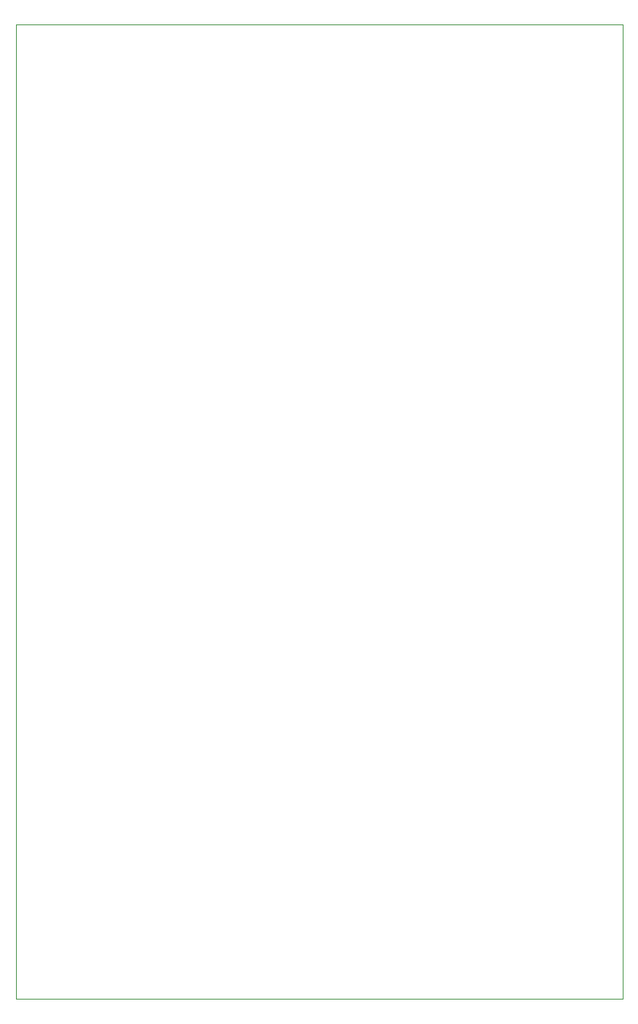
<source format=gbr>
%TF.GenerationSoftware,KiCad,Pcbnew,7.0.1*%
%TF.CreationDate,2024-01-09T19:15:50-05:00*%
%TF.ProjectId,daisy_euro,64616973-795f-4657-9572-6f2e6b696361,rev?*%
%TF.SameCoordinates,Original*%
%TF.FileFunction,Profile,NP*%
%FSLAX46Y46*%
G04 Gerber Fmt 4.6, Leading zero omitted, Abs format (unit mm)*
G04 Created by KiCad (PCBNEW 7.0.1) date 2024-01-09 19:15:50*
%MOMM*%
%LPD*%
G01*
G04 APERTURE LIST*
%TA.AperFunction,Profile*%
%ADD10C,0.100000*%
%TD*%
G04 APERTURE END LIST*
D10*
X29845000Y-43180000D02*
X97155000Y-43180000D01*
X97155000Y-151130000D01*
X29845000Y-151130000D01*
X29845000Y-43180000D01*
X29845000Y-43180000D02*
X97155000Y-43180000D01*
X97155000Y-151130000D01*
X29845000Y-151130000D01*
X29845000Y-43180000D01*
M02*

</source>
